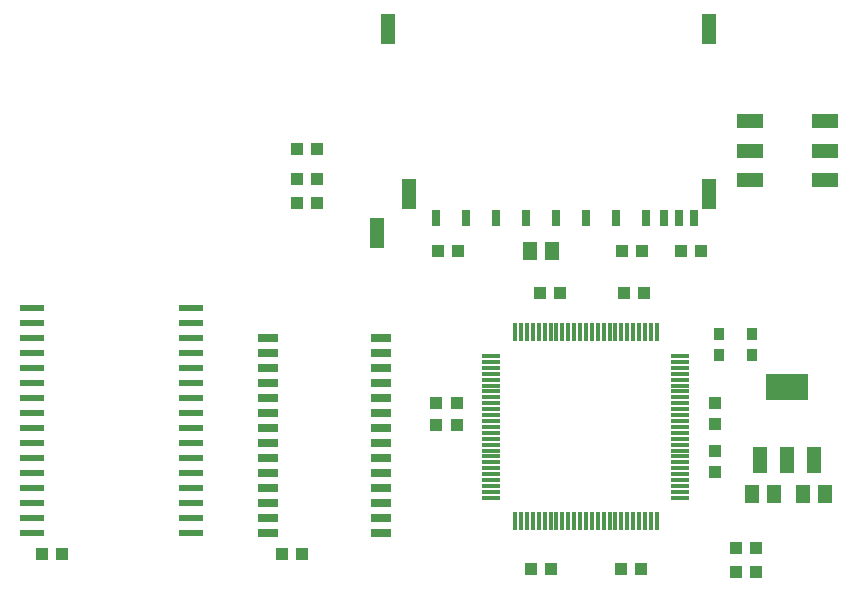
<source format=gtp>
G04 EAGLE Gerber RS-274X export*
G75*
%MOMM*%
%FSLAX34Y34*%
%LPD*%
%INSolderpaste Top*%
%IPPOS*%
%AMOC8*
5,1,8,0,0,1.08239X$1,22.5*%
G01*
%ADD10R,1.300000X1.500000*%
%ADD11R,1.700000X0.650000*%
%ADD12R,1.000000X1.100000*%
%ADD13R,2.032000X0.508000*%
%ADD14R,2.200000X1.200000*%
%ADD15R,1.050000X1.080000*%
%ADD16R,1.500000X0.350000*%
%ADD17R,0.350000X1.500000*%
%ADD18R,1.080000X1.050000*%
%ADD19R,0.711200X1.422400*%
%ADD20R,1.270000X2.540000*%
%ADD21R,0.900000X1.100000*%
%ADD22R,1.219200X2.235200*%
%ADD23R,3.600000X2.200000*%


D10*
X723240Y190500D03*
X704240Y190500D03*
X680060Y190500D03*
X661060Y190500D03*
D11*
X347520Y157480D03*
X347520Y170180D03*
X347520Y182880D03*
X347520Y195580D03*
X347520Y208280D03*
X347520Y220980D03*
X347520Y233680D03*
X347520Y246380D03*
X347520Y259080D03*
X347520Y271780D03*
X251920Y259080D03*
X251920Y271780D03*
X251920Y284480D03*
X251920Y297180D03*
X251920Y309880D03*
X251920Y322580D03*
X347520Y322580D03*
X347520Y309880D03*
X347520Y297180D03*
X347520Y284480D03*
X251920Y246380D03*
X251920Y233680D03*
X251920Y220980D03*
X251920Y208280D03*
X251920Y195580D03*
X251920Y182880D03*
X251920Y170180D03*
X251920Y157480D03*
D12*
X551570Y396240D03*
X568570Y396240D03*
X601100Y396240D03*
X618100Y396240D03*
X395360Y396240D03*
X412360Y396240D03*
D13*
X186690Y157480D03*
X186690Y170180D03*
X186690Y182880D03*
X186690Y195580D03*
X186690Y208280D03*
X186690Y220980D03*
X186690Y233680D03*
X186690Y246380D03*
X186690Y259080D03*
X186690Y271780D03*
X186690Y284480D03*
X186690Y297180D03*
X186690Y309880D03*
X186690Y322580D03*
X186690Y335280D03*
X186690Y347980D03*
X52070Y347980D03*
X52070Y335280D03*
X52070Y322580D03*
X52070Y309880D03*
X52070Y297180D03*
X52070Y284480D03*
X52070Y271780D03*
X52070Y259080D03*
X52070Y246380D03*
X52070Y233680D03*
X52070Y220980D03*
X52070Y208280D03*
X52070Y195580D03*
X52070Y182880D03*
X52070Y170180D03*
X52070Y157480D03*
D12*
X665090Y124460D03*
X648090Y124460D03*
X648090Y144780D03*
X665090Y144780D03*
D14*
X722880Y456600D03*
X722880Y481600D03*
X722880Y506600D03*
X659880Y506600D03*
X659880Y481600D03*
X659880Y456600D03*
D12*
X275980Y436880D03*
X292980Y436880D03*
X292980Y457200D03*
X275980Y457200D03*
D15*
X59830Y139700D03*
X77330Y139700D03*
X280530Y139700D03*
X263030Y139700D03*
D12*
X275980Y482600D03*
X292980Y482600D03*
D10*
X492100Y396240D03*
X473100Y396240D03*
D16*
X440700Y307650D03*
X440700Y302650D03*
X440700Y297650D03*
X440700Y292650D03*
X440700Y287650D03*
X440700Y282650D03*
X440700Y277650D03*
X440700Y272650D03*
X440700Y267650D03*
X440700Y262650D03*
X440700Y257650D03*
X440700Y252650D03*
X440700Y247650D03*
X440700Y242650D03*
X440700Y237650D03*
X440700Y232650D03*
X440700Y227650D03*
X440700Y222650D03*
X440700Y217650D03*
X440700Y212650D03*
X440700Y207650D03*
X440700Y202650D03*
X440700Y197650D03*
X440700Y192650D03*
X440700Y187650D03*
D17*
X460700Y167650D03*
X465700Y167650D03*
X470700Y167650D03*
X475700Y167650D03*
X480700Y167650D03*
X485700Y167650D03*
X490700Y167650D03*
X495700Y167650D03*
X500700Y167650D03*
X505700Y167650D03*
X510700Y167650D03*
X515700Y167650D03*
X520700Y167650D03*
X525700Y167650D03*
X530700Y167650D03*
X535700Y167650D03*
X540700Y167650D03*
X545700Y167650D03*
X550700Y167650D03*
X555700Y167650D03*
X560700Y167650D03*
X565700Y167650D03*
X570700Y167650D03*
X575700Y167650D03*
X580700Y167650D03*
D16*
X600700Y187650D03*
X600700Y192650D03*
X600700Y197650D03*
X600700Y202650D03*
X600700Y207650D03*
X600700Y212650D03*
X600700Y217650D03*
X600700Y222650D03*
X600700Y227650D03*
X600700Y232650D03*
X600700Y237650D03*
X600700Y242650D03*
X600700Y247650D03*
X600700Y252650D03*
X600700Y257650D03*
X600700Y262650D03*
X600700Y267650D03*
X600700Y272650D03*
X600700Y277650D03*
X600700Y282650D03*
X600700Y287650D03*
X600700Y292650D03*
X600700Y297650D03*
X600700Y302650D03*
X600700Y307650D03*
D17*
X580700Y327650D03*
X575700Y327650D03*
X570700Y327650D03*
X565700Y327650D03*
X560700Y327650D03*
X555700Y327650D03*
X550700Y327650D03*
X545700Y327650D03*
X540700Y327650D03*
X535700Y327650D03*
X530700Y327650D03*
X525700Y327650D03*
X520700Y327650D03*
X515700Y327650D03*
X510700Y327650D03*
X505700Y327650D03*
X500700Y327650D03*
X495700Y327650D03*
X490700Y327650D03*
X485700Y327650D03*
X480700Y327650D03*
X475700Y327650D03*
X470700Y327650D03*
X465700Y327650D03*
X460700Y327650D03*
D15*
X411340Y267970D03*
X393840Y267970D03*
X411340Y248920D03*
X393840Y248920D03*
X473850Y127000D03*
X491350Y127000D03*
X550050Y127000D03*
X567550Y127000D03*
X552590Y360680D03*
X570090Y360680D03*
X498970Y360680D03*
X481470Y360680D03*
D18*
X629920Y209690D03*
X629920Y227190D03*
X629920Y250330D03*
X629920Y267830D03*
D19*
X419100Y424180D03*
X444500Y424180D03*
X469900Y424180D03*
X495300Y424180D03*
X520700Y424180D03*
X546100Y424180D03*
X571500Y424180D03*
X586740Y424180D03*
X393700Y424180D03*
X612140Y424180D03*
X599440Y424180D03*
D20*
X370840Y444500D03*
X353060Y584200D03*
X624840Y584200D03*
X624840Y444500D03*
D21*
X661700Y308500D03*
X633700Y326500D03*
X633700Y308500D03*
X661700Y326500D03*
D22*
X667766Y219202D03*
X690880Y219202D03*
X713994Y219202D03*
D23*
X690880Y281180D03*
D20*
X344170Y411480D03*
M02*

</source>
